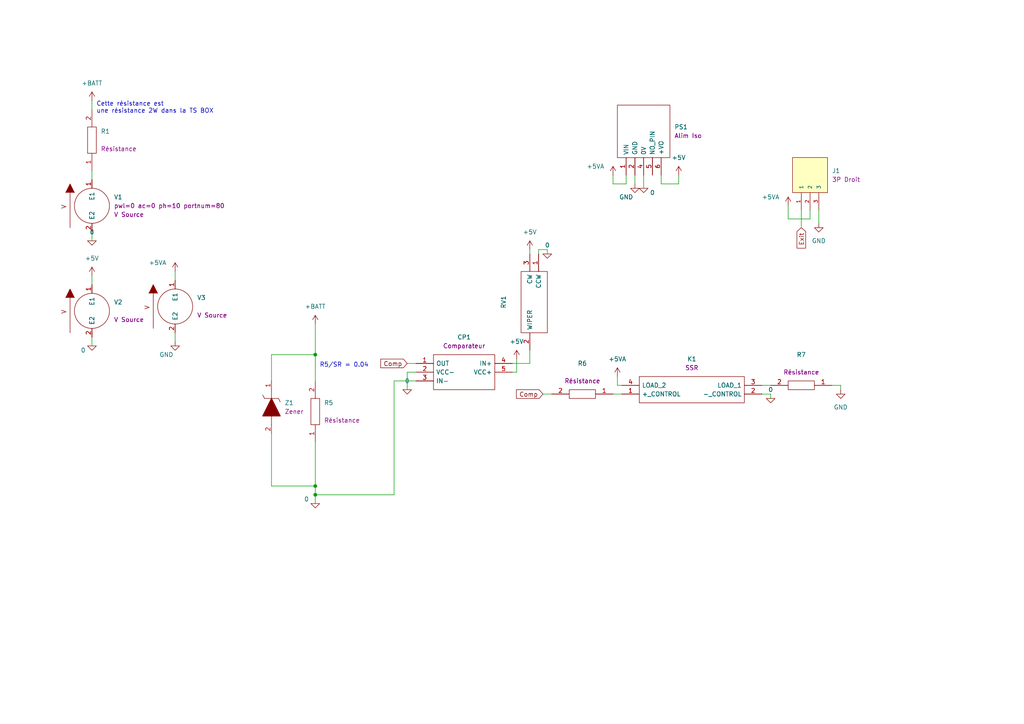
<source format=kicad_sch>
(kicad_sch (version 20211123) (generator eeschema)
  (paper "A4")
  (lib_symbols
    (symbol "EPSA_lib:3P Droit 22-11-2032" (pin_names (offset 1.016))
      (property "Reference" "J" (at 6.35 7.62 0))
      (property "Render Name" "3P Droit" (at 0 6.35 0))
      (symbol "3P Droit 22-11-2032_0_0"
        (rectangle (start -5.08 -5.08) (end 5.08 5.08) (stroke (width 0.1524)) (fill (type background)))
        (pin passive line (at -10.16 2.54 0) (length 5.08) (name "1") (number "1"))
        (pin passive line (at -10.16 0 0) (length 5.08) (name "2") (number "2"))
        (pin passive line (at -10.16 -2.54 0) (length 5.08) (name "3") (number "3"))
      )
    )
    (symbol "EPSA_lib:Alim Iso PDM2-S5-S5-S" (pin_names (offset 0.762))
      (property "Reference" "PS" (at 21.59 6.35 0))
      (property "Render Name" "Alim Iso" (at 12.7 3.81 0))
      (symbol "Alim Iso PDM2-S5-S5-S_0_0"
        (pin passive line (at 0 0 0) (length 5.08) (name "VIN") (number "1"))
        (pin passive line (at 0 -2.54 0) (length 5.08) (name "GND") (number "2"))
        (pin passive line (at 0 -5.08 0) (length 5.08) (name "0V") (number "4"))
        (pin passive line (at 0 -7.62 0) (length 5.08) (name "NO_PIN") (number "5"))
        (pin passive line (at 0 -10.16 0) (length 5.08) (name "+VO") (number "6"))
      )
      (symbol "Alim Iso PDM2-S5-S5-S_0_1"
        (polyline (pts (xy 5.08 2.54) (xy 20.32 2.54) (xy 20.32 -12.7) (xy 5.08 -12.7) (xy 5.08 2.54)) (stroke (width 0.1524)))
      )
    )
    (symbol "EPSA_lib:Comparateur TS391ILT" (pin_names (offset 0.762))
      (property "Reference" "CP" (at 35.56 8.89 0))
      (property "Render Name" "Comparateur" (at 13.97 3.81 0))
      (symbol "Comparateur TS391ILT_0_0"
        (pin passive line (at 0 0 0) (length 5.08) (name "OUT") (number "1"))
        (pin passive line (at 0 -2.54 0) (length 5.08) (name "VCC-") (number "2"))
        (pin passive line (at 0 -5.08 0) (length 5.08) (name "IN-") (number "3"))
        (pin passive line (at 27.94 0 180) (length 5.08) (name "IN+") (number "4"))
        (pin passive line (at 27.94 -2.54 180) (length 5.08) (name "VCC+") (number "5"))
      )
      (symbol "Comparateur TS391ILT_0_1"
        (polyline (pts (xy 5.08 2.54) (xy 22.86 2.54) (xy 22.86 -7.62) (xy 5.08 -7.62) (xy 5.08 2.54)) (stroke (width 0.1524)))
      )
    )
    (symbol "EPSA_lib:Résistance RK73H2BLTDD2152F" (pin_names (offset 0.762))
      (property "Reference" "R" (at 25.4 5.08 0))
      (property "Spice_Model" "10" (at 7.62 5.08 0))
      (property "Render Name" "Résistance" (at 8.89 2.54 0))
      (symbol "Résistance RK73H2BLTDD2152F_0_0"
        (pin passive line (at 0 0 0) (length 5.08) (name "~") (number "1"))
        (pin passive line (at 17.78 0 180) (length 5.08) (name "~") (number "2"))
      )
      (symbol "Résistance RK73H2BLTDD2152F_0_1"
        (polyline (pts (xy 5.08 1.27) (xy 12.7 1.27) (xy 12.7 -1.27) (xy 5.08 -1.27) (xy 5.08 1.27)) (stroke (width 0.1524)))
      )
    )
    (symbol "EPSA_lib:SSR CPC1394GR" (pin_names (offset 0.762))
      (property "Reference" "K" (at 48.26 7.62 0))
      (property "Render Name" "SSR" (at 19.05 3.81 0))
      (symbol "SSR CPC1394GR_0_0"
        (pin passive line (at 0 -2.54 0) (length 5.08) (name "+_CONTROL") (number "1"))
        (pin passive line (at 40.64 -2.54 180) (length 5.08) (name "-_CONTROL") (number "2"))
        (pin passive line (at 40.64 0 180) (length 5.08) (name "LOAD_1") (number "3"))
        (pin passive line (at 0 0 0) (length 5.08) (name "LOAD_2") (number "4"))
      )
      (symbol "SSR CPC1394GR_0_1"
        (polyline (pts (xy 5.08 2.54) (xy 35.56 2.54) (xy 35.56 -5.08) (xy 5.08 -5.08) (xy 5.08 2.54)) (stroke (width 0.1524)))
      )
    )
    (symbol "EPSA_lib:VSOURCE" (pin_names (offset 1.016)) (in_bom no) (on_board no)
      (property "Reference" "V" (at 8.89 12.7 0))
      (property "Spice_Model" "dc 5" (at -1.27 12.7 0))
      (property "Render Name" "V Source" (at -1.27 10.16 0))
      (symbol "VSOURCE_0_1"
        (circle (center -1.27 0) (radius 5.08))
        (polyline (pts (xy -7.62 6.35) (xy 2.54 6.35)) (fill (type outline)))
        (polyline (pts (xy 2.54 7.62) (xy 5.08 6.35) (xy 2.54 5.08)) (fill (type outline)))
        (text "V" (at -1.524 8.128 0) (effects (font (size 1.27 1.27))))
      )
      (symbol "VSOURCE_1_1"
        (pin input line (at 6.35 0 180) (length 2.54) (name "E1") (number "1"))
        (pin input line (at -8.89 0 0) (length 2.54) (name "E2") (number "2"))
      )
    )
    (symbol "EPSA_lib:Varystor 3296Y-1-223LF" (pin_names (offset 0.762))
      (property "Reference" "RV" (at 34.29 7.62 0))
      (property "Render Name" "Varystor" (at 13.97 3.81 0))
      (symbol "Varystor 3296Y-1-223LF_0_0"
        (pin passive line (at 27.94 -2.54 180) (length 5.08) (name "CCW") (number "1"))
        (pin passive line (at 0 0 0) (length 5.08) (name "WIPER") (number "2"))
        (pin passive line (at 27.94 0 180) (length 5.08) (name "CW") (number "3"))
      )
      (symbol "Varystor 3296Y-1-223LF_0_1"
        (polyline (pts (xy 5.08 2.54) (xy 22.86 2.54) (xy 22.86 -5.08) (xy 5.08 -5.08) (xy 5.08 2.54)) (stroke (width 0.1524)))
      )
    )
    (symbol "EPSA_lib:Zener TZM5224B-GS08" (pin_names (offset 0.762))
      (property "Reference" "Z" (at 5.08 6.35 0))
      (property "Titre" "Zener" (at 6.35 3.81 0))
      (symbol "Zener TZM5224B-GS08_0_0"
        (pin passive line (at 0 0 0) (length 2.54) (name "~") (number "1"))
        (pin passive line (at 15.24 0 180) (length 2.54) (name "~") (number "2"))
      )
      (symbol "Zener TZM5224B-GS08_0_1"
        (polyline (pts (xy 2.54 0) (xy 5.08 0)) (stroke (width 0.1524)))
        (polyline (pts (xy 4.064 -2.54) (xy 5.08 -2.032)) (stroke (width 0.1524)))
        (polyline (pts (xy 5.08 2.032) (xy 5.08 -2.032)) (stroke (width 0.1524)))
        (polyline (pts (xy 5.08 2.032) (xy 6.096 2.54)) (stroke (width 0.1524)))
        (polyline (pts (xy 12.7 0) (xy 10.16 0)) (stroke (width 0.1524)))
        (polyline (pts (xy 5.08 0) (xy 10.16 2.54) (xy 10.16 -2.54) (xy 5.08 0)) (stroke (width 0.254)) (fill (type outline)))
      )
    )
    (symbol "power:+5V" (power) (pin_names (offset 0))
      (property "Value" "+5V" (at 0 3.556 0))
      (symbol "+5V_0_1"
        (polyline (pts (xy -0.762 1.27) (xy 0 2.54)))
        (polyline (pts (xy 0 0) (xy 0 2.54)))
        (polyline (pts (xy 0 2.54) (xy 0.762 1.27)))
      )
      (symbol "+5V_1_1"
        (pin power_in line (at 0 0 90) (length 0) hide (name "+5V") (number "1"))
      )
    )
    (symbol "power:+5VA" (power) (pin_names (offset 0))
      (property "Value" "+5VA" (at 0 3.556 0))
      (symbol "+5VA_0_1"
        (polyline (pts (xy -0.762 1.27) (xy 0 2.54)))
        (polyline (pts (xy 0 0) (xy 0 2.54)))
        (polyline (pts (xy 0 2.54) (xy 0.762 1.27)))
      )
      (symbol "+5VA_1_1"
        (pin power_in line (at 0 0 90) (length 0) hide (name "+5VA") (number "1"))
      )
    )
    (symbol "power:+BATT" (power) (pin_names (offset 0))
      (property "Value" "+BATT" (at 0 3.556 0))
      (symbol "+BATT_0_1"
        (polyline (pts (xy -0.762 1.27) (xy 0 2.54)))
        (polyline (pts (xy 0 0) (xy 0 2.54)))
        (polyline (pts (xy 0 2.54) (xy 0.762 1.27)))
      )
      (symbol "+BATT_1_1"
        (pin power_in line (at 0 0 90) (length 0) hide (name "+BATT") (number "1"))
      )
    )
    (symbol "power:GND" (power) (pin_names (offset 0))
      (property "Value" "GND" (at 0 -3.81 0))
      (symbol "GND_0_1"
        (polyline (pts (xy 0 0) (xy 0 -1.27) (xy 1.27 -1.27) (xy 0 -2.54) (xy -1.27 -1.27) (xy 0 -1.27)))
      )
      (symbol "GND_1_1"
        (pin power_in line (at 0 0 270) (length 0) hide (name "GND") (number "1"))
      )
    )
    (symbol "pspice:0" (power) (pin_names (offset 0))
      (property "Value" "0" (at 0 -1.778 0))
      (symbol "0_0_1"
        (polyline (pts (xy -1.27 0) (xy 0 -1.27) (xy 1.27 0) (xy -1.27 0)))
      )
      (symbol "0_1_1"
        (pin power_in line (at 0 0 0) (length 0) hide (name "0") (number "1"))
      )
    )
  )
  (junction (at 91.44 102.87))
  (junction (at 91.44 143.51))
  (junction (at 91.44 140.97))
  (wire (pts (xy 114.3 143.51) (xy 114.3 110.49)))
  (wire (pts (xy 91.44 128.27) (xy 91.44 140.97)))
  (wire (pts (xy 186.69 50.8) (xy 186.69 54.61)))
  (wire (pts (xy 149.86 104.14) (xy 149.86 107.95)))
  (wire (pts (xy 241.3 111.76) (xy 243.84 111.76)))
  (wire (pts (xy 196.85 50.8) (xy 196.85 53.34)))
  (wire (pts (xy 78.74 102.87) (xy 91.44 102.87)))
  (wire (pts (xy 91.44 140.97) (xy 91.44 143.51)))
  (wire (pts (xy 50.8 96.52) (xy 50.8 99.06)))
  (wire (pts (xy 114.3 143.51) (xy 91.44 143.51)))
  (wire (pts (xy 26.67 97.79) (xy 26.67 100.33)))
  (wire (pts (xy 26.67 49.53) (xy 26.67 52.07)))
  (wire (pts (xy 177.8 114.3) (xy 180.34 114.3)))
  (wire (pts (xy 78.74 102.87) (xy 78.74 110.49)))
  (wire (pts (xy 120.65 107.95) (xy 118.11 107.95)))
  (wire (pts (xy 153.67 101.6) (xy 153.67 105.41)))
  (wire (pts (xy 228.6 63.5) (xy 234.95 63.5)))
  (wire (pts (xy 156.21 72.39) (xy 158.75 72.39)))
  (wire (pts (xy 91.44 143.51) (xy 91.44 146.05)))
  (wire (pts (xy 26.67 29.21) (xy 26.67 31.75)))
  (wire (pts (xy 243.84 111.76) (xy 243.84 113.03)))
  (wire (pts (xy 181.61 53.34) (xy 181.61 50.8)))
  (wire (pts (xy 220.98 114.3) (xy 223.52 114.3)))
  (wire (pts (xy 177.8 53.34) (xy 181.61 53.34)))
  (wire (pts (xy 228.6 59.69) (xy 228.6 63.5)))
  (wire (pts (xy 179.07 111.76) (xy 180.34 111.76)))
  (wire (pts (xy 158.75 72.39) (xy 158.75 73.66)))
  (wire (pts (xy 156.21 72.39) (xy 156.21 73.66)))
  (wire (pts (xy 157.48 114.3) (xy 160.02 114.3)))
  (wire (pts (xy 26.67 67.31) (xy 26.67 69.85)))
  (wire (pts (xy 118.11 107.95) (xy 118.11 113.03)))
  (wire (pts (xy 191.77 53.34) (xy 196.85 53.34)))
  (wire (pts (xy 220.98 111.76) (xy 223.52 111.76)))
  (wire (pts (xy 148.59 107.95) (xy 149.86 107.95)))
  (wire (pts (xy 177.8 50.8) (xy 177.8 53.34)))
  (wire (pts (xy 78.74 140.97) (xy 78.74 125.73)))
  (wire (pts (xy 91.44 93.98) (xy 91.44 102.87)))
  (wire (pts (xy 148.59 105.41) (xy 153.67 105.41)))
  (wire (pts (xy 223.52 114.3) (xy 223.52 115.57)))
  (wire (pts (xy 91.44 110.49) (xy 91.44 102.87)))
  (wire (pts (xy 237.49 60.96) (xy 237.49 64.77)))
  (wire (pts (xy 191.77 50.8) (xy 191.77 53.34)))
  (wire (pts (xy 232.41 60.96) (xy 232.41 66.04)))
  (wire (pts (xy 91.44 140.97) (xy 78.74 140.97)))
  (wire (pts (xy 153.67 72.39) (xy 153.67 73.66)))
  (wire (pts (xy 184.15 50.8) (xy 184.15 53.34)))
  (wire (pts (xy 234.95 63.5) (xy 234.95 60.96)))
  (wire (pts (xy 179.07 109.22) (xy 179.07 111.76)))
  (wire (pts (xy 118.11 105.41) (xy 120.65 105.41)))
  (wire (pts (xy 26.67 80.01) (xy 26.67 82.55)))
  (wire (pts (xy 50.8 78.74) (xy 50.8 81.28)))
  (wire (pts (xy 114.3 110.49) (xy 120.65 110.49)))
  (text "R5/SR = 0.04" (at 92.71 106.68 0) (effects (font (size 1.27 1.27)) (justify left bottom)))
  (text "Cette résistance est \nune résistance 2W dans la TS BOX" (at 27.94 33.02 0) (effects (font (size 1.27 1.27)) (justify left bottom)))
  (global_label "Exit" (shape input) (at 232.41 66.04 270) (property "Intersheet References" "${INTERSHEET_REFS}" (effects hide)))
  (global_label "Comp" (shape input) (at 157.48 114.3 180) (property "Intersheet References" "${INTERSHEET_REFS}" (effects hide)))
  (global_label "Comp" (shape input) (at 118.11 105.41 180) (property "Intersheet References" "${INTERSHEET_REFS}" (effects hide)))
  (symbol (lib_id "EPSA_lib:VSOURCE") (at 50.8 87.63 90) (unit 1) (in_bom no) (on_board no)
    (property "Reference" "V3" (at 57.15 86.3599 90) (effects (justify right)))
    (property "Value" "VSOURCE" (effects hide))
    (property "Spice_Primitive" "V" (effects hide))
    (property "Spice_Model" "dc 5" (at 57.15 88.8999 90) (effects (justify right)))
    (property "Spice_Netlist_Enabled" "Y" (effects hide))
    (property "Render Name" "V Source" (at 57.15 91.4399 90) (effects (justify right)))
  )
  (symbol (lib_id "EPSA_lib:3P Droit 22-11-2032") (at 234.95 50.8 90) (unit 1)
    (property "Reference" "J1" (at 241.3 49.5299 90) (effects (justify right)))
    (property "Value" "3P Droit 22-11-2032" (effects hide))
    (property "Footprint" "EPSA_lib:MOLEX_22-11-2032" (effects hide))
    (property "STANDARD" "Manufacturer recommendations" (effects hide))
    (property "PARTREV" "BD8" (effects hide))
    (property "MAXIMUM_PACKAGE_HEIGHT" "10.66mm" (effects hide))
    (property "MANUFACTURER" "Molex" (effects hide))
    (property "Spice_Primitive" "J" (effects hide))
    (property "Spice_Model" "22-11-2032" (effects hide))
    (property "Spice_Netlist_Enabled" "N" (effects hide))
    (property "Render Name" "3P Droit" (at 241.3 52.0699 90) (effects (justify right)))
  )
  (symbol (lib_id "pspice:0") (at 158.75 73.66 0) (unit 1)
    (property "Reference" "#GND05" (effects hide))
    (property "Value" "0" (at 158.75 71.12 0))
  )
  (symbol (lib_id "power:+5VA") (at 228.6 59.69 0) (unit 1)
    (property "Reference" "#PWR012" (effects hide))
    (property "Value" "+5VA" (at 223.52 57.15 0))
  )
  (symbol (lib_id "power:+5V") (at 196.85 50.8 0) (unit 1)
    (property "Reference" "#PWR011" (effects hide))
    (property "Value" "+5V" (at 196.85 45.72 0))
  )
  (symbol (lib_id "EPSA_lib:Zener TZM5224B-GS08") (at 78.74 110.49 270) (unit 1)
    (property "Reference" "Z1" (at 82.55 116.8399 90) (effects (justify left)))
    (property "Value" "Zener TZM5224B-GS08" (effects hide))
    (property "Footprint" "BAQ33GS08" (effects hide))
    (property "Datasheet" "https://www.mouser.co.uk/datasheet/2/427/tzm5221-103146.pdf" (effects hide))
    (property "Description" "Vishay TZM5224B-GS08 Zener Diode, 2.8V 5% 500 mW SMT 2-Pin SOD-80" (effects hide))
    (property "Height" "1.6" (effects hide))
    (property "Manufacturer_Name" "Vishay" (effects hide))
    (property "Manufacturer_Part_Number" "TZM5224B-GS08" (effects hide))
    (property "Mouser Part Number" "78-TZM5224B" (effects hide))
    (property "Mouser Price/Stock" "https://www.mouser.co.uk/ProductDetail/Vishay-Semiconductors/TZM5224B-GS08?qs=25SNtymhSqPc9I2zbkn61Q%3D%3D" (effects hide))
    (property "Titre" "Zener" (at 82.55 119.3799 90) (effects (justify left)))
    (property "Spice_Primitive" "X" (effects hide))
    (property "Spice_Model" "DI_BZT52C2V4" (effects hide))
    (property "Spice_Netlist_Enabled" "Y" (effects hide))
    (property "Spice_Lib_File" "${EPSA}\\SpiceModel\\Zener.lib" (effects hide))
    (property "Spice_Node_Sequence" "2 1" (effects hide))
  )
  (symbol (lib_id "EPSA_lib:VSOURCE") (at 26.67 58.42 90) (unit 1) (in_bom no) (on_board no)
    (property "Reference" "V1" (at 33.02 57.1499 90) (effects (justify right)))
    (property "Value" "VSOURCE" (effects hide))
    (property "Spice_Primitive" "V" (effects hide))
    (property "Spice_Model" "pwl(0 0 10 80)" (at 33.02 59.6899 90) (effects (justify right)))
    (property "Spice_Netlist_Enabled" "Y" (effects hide))
    (property "Render Name" "V Source" (at 33.02 62.2299 90) (effects (justify right)))
  )
  (symbol (lib_id "pspice:0") (at 118.11 113.03 0) (unit 1)
    (property "Reference" "#GND04" (effects hide))
    (property "Value" "0" (at 118.11 110.49 0))
  )
  (symbol (lib_id "power:+5VA") (at 177.8 50.8 0) (unit 1)
    (property "Reference" "#PWR08" (effects hide))
    (property "Value" "+5VA" (at 172.72 48.26 0))
  )
  (symbol (lib_id "power:+5V") (at 26.67 80.01 0) (unit 1)
    (property "Reference" "#PWR02" (effects hide))
    (property "Value" "+5V" (at 26.67 74.93 0))
  )
  (symbol (lib_id "power:+BATT") (at 26.67 29.21 0) (unit 1)
    (property "Reference" "#PWR01" (effects hide))
    (property "Value" "+BATT" (at 26.67 24.13 0))
  )
  (symbol (lib_id "power:GND") (at 243.84 113.03 0) (unit 1)
    (property "Reference" "#PWR014" (effects hide))
    (property "Value" "GND" (at 243.84 118.11 0))
  )
  (symbol (lib_id "pspice:0") (at 91.44 146.05 0) (unit 1)
    (property "Reference" "#GND03" (effects hide))
    (property "Value" "0" (at 88.9 144.78 0))
  )
  (symbol (lib_id "power:GND") (at 237.49 64.77 0) (unit 1)
    (property "Reference" "#PWR013" (effects hide))
    (property "Value" "GND" (at 237.49 69.85 0))
  )
  (symbol (lib_id "pspice:0") (at 26.67 69.85 0) (unit 1)
    (property "Reference" "#GND01" (effects hide))
    (property "Value" "0" (at 26.67 67.31 0))
  )
  (symbol (lib_id "EPSA_lib:Alim Iso PDM2-S5-S5-S") (at 181.61 50.8 90) (unit 1)
    (property "Reference" "PS1" (at 195.58 36.8299 90) (effects (justify right)))
    (property "Value" "Alim Iso PDM2-S5-S5-S" (effects hide))
    (property "Footprint" "EPSA_lib:PDM2S5S5S" (effects hide))
    (property "Datasheet" "https://datasheet.datasheetarchive.com/originals/distributors/Datasheets-SFU1/DSASFU10006714.pdf" (effects hide))
    (property "Description" "Isolated DC/DC Converters Isolated Board Mount DC-DC Cnvrt 5vdc 2W" (effects hide))
    (property "Height" "10.41" (effects hide))
    (property "Manufacturer_Name" "CUI Inc." (effects hide))
    (property "Manufacturer_Part_Number" "PDM2-S5-S5-S" (effects hide))
    (property "Mouser Part Number" "490-PDM2-S5-S5-S" (effects hide))
    (property "Mouser Price/Stock" "https://www.mouser.co.uk/ProductDetail/CUI-Inc/PDM2-S5-S5-S?qs=WyjlAZoYn51BO%2Fgga81j2w%3D%3D" (effects hide))
    (property "Spice_Primitive" "R" (effects hide))
    (property "Spice_Netlist_Enabled" "N" (effects hide))
    (property "Spice_Model" "Alim Iso PDM2-S5-S5-S" (effects hide))
    (property "Render Name" "Alim Iso" (at 195.58 39.3699 90) (effects (justify right)))
  )
  (symbol (lib_id "EPSA_lib:Résistance RK73H2BLTDD2152F") (at 26.67 49.53 90) (unit 1)
    (property "Reference" "R1" (at 29.21 38.0999 90) (effects (justify right)))
    (property "Value" "Résistance RK73H2BLTDD2152F" (effects hide))
    (property "Footprint" "EPSA_lib:RESC3216X70N" (effects hide))
    (property "Datasheet" "http://www.koaspeer.com/catimages/Products/RK73H/RK73H.pdf" (effects hide))
    (property "Description" "Thick Film Resistors - SMD" (effects hide))
    (property "Height" "0.7" (effects hide))
    (property "Manufacturer_Name" "KOA Speer" (effects hide))
    (property "Manufacturer_Part_Number" "RK73H2BLTDD2152F" (effects hide))
    (property "Mouser Part Number" "N/A" (effects hide))
    (property "Mouser Price/Stock" "https://www.mouser.co.uk/ProductDetail/KOA-Speer/RK73H2BLTDD2152F?qs=WeIALVmW3zmyxMFsjVzMRw%3D%3D" (effects hide))
    (property "Spice_Primitive" "R" (effects hide))
    (property "Spice_Model" "40K" (at 29.21 40.6399 90) (effects (justify right)))
    (property "Spice_Netlist_Enabled" "Y" (effects hide))
    (property "Render Name" "Résistance" (at 29.21 43.1799 90) (effects (justify right)))
  )
  (symbol (lib_id "power:GND") (at 50.8 99.06 0) (unit 1)
    (property "Reference" "#PWR04" (effects hide))
    (property "Value" "GND" (at 48.26 102.87 0))
  )
  (symbol (lib_id "EPSA_lib:VSOURCE") (at 26.67 88.9 90) (unit 1) (in_bom no) (on_board no)
    (property "Reference" "V2" (at 33.02 87.6299 90) (effects (justify right)))
    (property "Value" "VSOURCE" (effects hide))
    (property "Spice_Primitive" "V" (effects hide))
    (property "Spice_Model" "dc 5" (at 33.02 90.1699 90) (effects (justify right)))
    (property "Spice_Netlist_Enabled" "Y" (effects hide))
    (property "Render Name" "V Source" (at 33.02 92.7099 90) (effects (justify right)))
  )
  (symbol (lib_id "power:GND") (at 184.15 53.34 0) (unit 1)
    (property "Reference" "#PWR010" (effects hide))
    (property "Value" "GND" (at 181.61 57.15 0))
  )
  (symbol (lib_id "pspice:0") (at 223.52 115.57 0) (unit 1)
    (property "Reference" "#GND07" (effects hide))
    (property "Value" "0" (at 223.52 113.03 0))
  )
  (symbol (lib_id "EPSA_lib:Résistance RK73H2BLTDD2152F") (at 91.44 128.27 90) (unit 1)
    (property "Reference" "R5" (at 93.98 116.8399 90) (effects (justify right)))
    (property "Value" "Résistance RK73H2BLTDD2152F" (effects hide))
    (property "Footprint" "EPSA_lib:RESC3216X70N" (effects hide))
    (property "Datasheet" "http://www.koaspeer.com/catimages/Products/RK73H/RK73H.pdf" (effects hide))
    (property "Description" "Thick Film Resistors - SMD" (effects hide))
    (property "Height" "0.7" (effects hide))
    (property "Manufacturer_Name" "KOA Speer" (effects hide))
    (property "Manufacturer_Part_Number" "RK73H2BLTDD2152F" (effects hide))
    (property "Mouser Part Number" "N/A" (effects hide))
    (property "Mouser Price/Stock" "https://www.mouser.co.uk/ProductDetail/KOA-Speer/RK73H2BLTDD2152F?qs=WeIALVmW3zmyxMFsjVzMRw%3D%3D" (effects hide))
    (property "Spice_Primitive" "R" (effects hide))
    (property "Spice_Model" "960k" (at 93.98 119.3799 90) (effects (justify right)))
    (property "Spice_Netlist_Enabled" "Y" (effects hide))
    (property "Render Name" "Résistance" (at 93.98 121.9199 90) (effects (justify right)))
  )
  (symbol (lib_id "power:+BATT") (at 91.44 93.98 0) (unit 1)
    (property "Reference" "#PWR05" (effects hide))
    (property "Value" "+BATT" (at 91.44 88.9 0))
  )
  (symbol (lib_id "EPSA_lib:SSR CPC1394GR") (at 180.34 111.76 0) (unit 1)
    (property "Reference" "K1" (at 200.66 104.14 0))
    (property "Value" "SSR CPC1394GR" (effects hide))
    (property "Footprint" "EPSA_lib:CPC1394GR" (effects hide))
    (property "Datasheet" "https://componentsearchengine.com/Datasheets/1/CPC1394GR.pdf" (effects hide))
    (property "Description" "SPST-NO Solid State Relay Solder 120 mA rms/mA dc Surface Mount, DC MOSFET" (effects hide))
    (property "Height" "3.556" (effects hide))
    (property "Manufacturer_Name" "LITTELFUSE" (effects hide))
    (property "Manufacturer_Part_Number" "CPC1394GR" (effects hide))
    (property "Mouser Part Number" "849-CPC1394GR" (effects hide))
    (property "Mouser Price/Stock" "https://www.mouser.co.uk/ProductDetail/IXYS-Integrated-Circuits/CPC1394GR?qs=8uBHJDVwVqyTG8bzDwZMmA%3D%3D" (effects hide))
    (property "Spice_Primitive" "X" (effects hide))
    (property "Spice_Model" "SWITCH" (effects hide))
    (property "Spice_Netlist_Enabled" "Y" (effects hide))
    (property "Spice_Lib_File" "${EPSA}\\SpiceModel\\SSR.lib" (effects hide))
    (property "Render Name" "SSR" (at 200.66 106.68 0))
  )
  (symbol (lib_id "pspice:0") (at 186.69 54.61 0) (unit 1)
    (property "Reference" "#GND06" (effects hide))
    (property "Value" "0" (at 189.23 55.88 0))
  )
  (symbol (lib_id "power:+5VA") (at 179.07 109.22 0) (unit 1)
    (property "Reference" "#PWR09" (effects hide))
    (property "Value" "+5VA" (at 179.07 104.14 0))
  )
  (symbol (lib_id "pspice:0") (at 26.67 100.33 0) (unit 1)
    (property "Reference" "#GND02" (effects hide))
    (property "Value" "0" (at 24.13 101.6 0))
  )
  (symbol (lib_id "power:+5V") (at 153.67 72.39 0) (unit 1)
    (property "Reference" "#PWR07" (effects hide))
    (property "Value" "+5V" (at 153.67 67.31 0))
  )
  (symbol (lib_id "EPSA_lib:Résistance RK73H2BLTDD2152F") (at 177.8 114.3 180) (unit 1)
    (property "Reference" "R6" (at 168.91 105.41 0))
    (property "Value" "Résistance RK73H2BLTDD2152F" (effects hide))
    (property "Footprint" "EPSA_lib:RESC3216X70N" (effects hide))
    (property "Datasheet" "http://www.koaspeer.com/catimages/Products/RK73H/RK73H.pdf" (effects hide))
    (property "Description" "Thick Film Resistors - SMD" (effects hide))
    (property "Height" "0.7" (effects hide))
    (property "Manufacturer_Name" "KOA Speer" (effects hide))
    (property "Manufacturer_Part_Number" "RK73H2BLTDD2152F" (effects hide))
    (property "Mouser Part Number" "N/A" (effects hide))
    (property "Mouser Price/Stock" "https://www.mouser.co.uk/ProductDetail/KOA-Speer/RK73H2BLTDD2152F?qs=WeIALVmW3zmyxMFsjVzMRw%3D%3D" (effects hide))
    (property "Spice_Primitive" "R" (effects hide))
    (property "Spice_Model" "10" (at 168.91 107.95 0))
    (property "Spice_Netlist_Enabled" "Y" (effects hide))
    (property "Render Name" "Résistance" (at 168.91 110.49 0))
  )
  (symbol (lib_id "EPSA_lib:Comparateur TS391ILT") (at 120.65 105.41 0) (unit 1)
    (property "Reference" "CP1" (at 134.62 97.79 0))
    (property "Value" "Comparateur TS391ILT" (effects hide))
    (property "Footprint" "EPSA_lib:SOT95P280X145-5N" (effects hide))
    (property "Datasheet" "http://www.st.com/st-web-ui/static/active/en/resource/technical/document/datasheet/CD00001660.pdf" (effects hide))
    (property "Description" "TS391ILT, Comparator Open Collector 0.3us 12 V, 15 V, 18 V, 24 V, 28 V, 3 V, 5 V, 9 V 5-Pin SOT-23" (effects hide))
    (property "Height" "1.45" (effects hide))
    (property "Manufacturer_Name" "STMicroelectronics" (effects hide))
    (property "Manufacturer_Part_Number" "TS391ILT" (effects hide))
    (property "Mouser Part Number" "511-TS391IL" (effects hide))
    (property "Mouser Price/Stock" "https://www.mouser.co.uk/ProductDetail/STMicroelectronics/TS391ILT?qs=P8h1tZw8GcB9GWR61XM17g%3D%3D" (effects hide))
    (property "Arrow Part Number" "TS391ILT" (effects hide))
    (property "Arrow Price/Stock" "https://www.arrow.com/en/products/ts391ilt/stmicroelectronics?region=europe" (effects hide))
    (property "Spice_Primitive" "X" (effects hide))
    (property "Spice_Model" "TS391" (effects hide))
    (property "Spice_Netlist_Enabled" "Y" (effects hide))
    (property "Spice_Node_Sequence" "4,3,5,2,1" (effects hide))
    (property "Spice_Lib_File" "${EPSA}\\SpiceModel\\C_ts391.lib" (effects hide))
    (property "Render Name" "Comparateur" (at 134.62 100.33 0))
  )
  (symbol (lib_id "power:+5VA") (at 50.8 78.74 0) (unit 1)
    (property "Reference" "#PWR03" (effects hide))
    (property "Value" "+5VA" (at 45.72 76.2 0))
  )
  (symbol (lib_id "power:+5V") (at 149.86 104.14 0) (unit 1)
    (property "Reference" "#PWR06" (effects hide))
    (property "Value" "+5V" (at 149.86 99.06 0))
  )
  (symbol (lib_id "EPSA_lib:Varystor 3296Y-1-223LF") (at 153.67 101.6 90) (unit 1)
    (property "Reference" "RV1" (at 146.05 87.63 0))
    (property "Value" "Varystor 3296Y-1-223LF" (effects hide))
    (property "Footprint" "EPSA_lib:3296Y1223LF" (effects hide))
    (property "Datasheet" "https://www.bourns.com/docs/Product-Datasheets/3296.pdf" (effects hide))
    (property "Description" "Bourns 3296Y Series 25-Turn Through Hole Cermet Trimmer Resistor with Solder Pin Terminations, 22k +/-10% 0.5W +/-100ppm/C" (effects hide))
    (property "Height" "11.8" (effects hide))
    (property "Manufacturer_Name" "Bourns" (effects hide))
    (property "Manufacturer_Part_Number" "3296Y-1-223LF" (effects hide))
    (property "Mouser Part Number" "652-3296Y-1-223LF" (effects hide))
    (property "Mouser Price/Stock" "https://www.mouser.co.uk/ProductDetail/Bourns/3296Y-1-223LF?qs=RUdTbCszRyG%2Fz0rQkQfbLg%3D%3D" (effects hide))
    (property "Arrow Part Number" "3296Y-1-223LF" (effects hide))
    (property "Arrow Price/Stock" "https://www.arrow.com/en/products/3296y-1-223lf/bourns" (effects hide))
    (property "Spice_Primitive" "X" (effects hide))
    (property "Spice_Model" "VARYSTOR Rtot=20k Part=0.5" (at 148.59 101.6 0) (effects (justify left)))
    (property "Spice_Netlist_Enabled" "Y" (effects hide))
    (property "Spice_Lib_File" "${EPSA}\\SpiceModel\\VARYSTOR.lib" (effects hide))
    (property "Render Name" "Varystor" (effects hide))
  )
  (symbol (lib_id "EPSA_lib:Résistance RK73H2BLTDD2152F") (at 241.3 111.76 180) (unit 1)
    (property "Reference" "R7" (at 232.41 102.87 0))
    (property "Value" "Résistance RK73H2BLTDD2152F" (effects hide))
    (property "Footprint" "EPSA_lib:RESC3216X70N" (effects hide))
    (property "Datasheet" "http://www.koaspeer.com/catimages/Products/RK73H/RK73H.pdf" (effects hide))
    (property "Description" "Thick Film Resistors - SMD" (effects hide))
    (property "Height" "0.7" (effects hide))
    (property "Manufacturer_Name" "KOA Speer" (effects hide))
    (property "Manufacturer_Part_Number" "RK73H2BLTDD2152F" (effects hide))
    (property "Mouser Part Number" "N/A" (effects hide))
    (property "Mouser Price/Stock" "https://www.mouser.co.uk/ProductDetail/KOA-Speer/RK73H2BLTDD2152F?qs=WeIALVmW3zmyxMFsjVzMRw%3D%3D" (effects hide))
    (property "Spice_Primitive" "R" (effects hide))
    (property "Spice_Model" "10" (at 232.41 105.41 0))
    (property "Spice_Netlist_Enabled" "Y" (effects hide))
    (property "Render Name" "Résistance" (at 232.41 107.95 0))
  )
)
</source>
